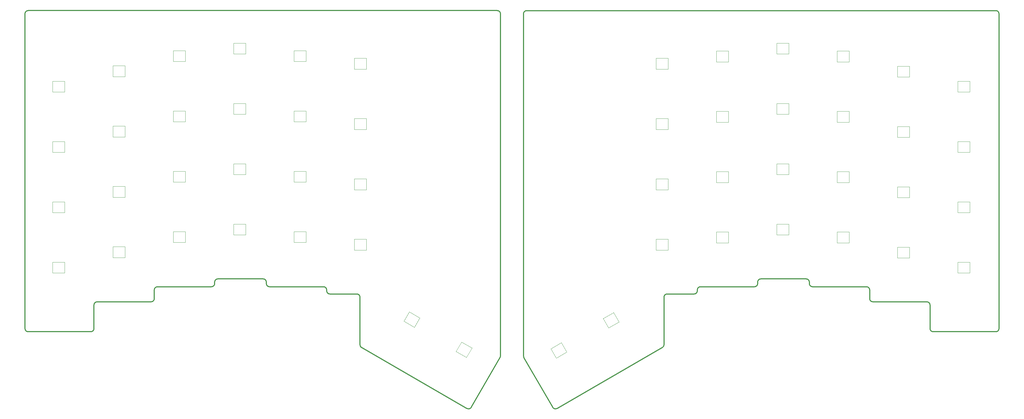
<source format=gm1>
%TF.GenerationSoftware,KiCad,Pcbnew,8.0.1*%
%TF.CreationDate,2024-03-27T08:46:19-04:00*%
%TF.ProjectId,split_keyboard,73706c69-745f-46b6-9579-626f6172642e,rev?*%
%TF.SameCoordinates,Original*%
%TF.FileFunction,Profile,NP*%
%FSLAX46Y46*%
G04 Gerber Fmt 4.6, Leading zero omitted, Abs format (unit mm)*
G04 Created by KiCad (PCBNEW 8.0.1) date 2024-03-27 08:46:19*
%MOMM*%
%LPD*%
G01*
G04 APERTURE LIST*
%TA.AperFunction,Profile*%
%ADD10C,0.377900*%
%TD*%
%TA.AperFunction,Profile*%
%ADD11C,0.050000*%
%TD*%
G04 APERTURE END LIST*
D10*
X109100310Y-100766972D02*
G75*
G02*
X110100328Y-101766972I-10J-1000028D01*
G01*
X191419638Y-125614943D02*
G75*
G02*
X191285647Y-125114942I866062J500043D01*
G01*
X282518977Y-103246084D02*
G75*
G02*
X281519016Y-102246084I23J999984D01*
G01*
X320613634Y-117455417D02*
X340390122Y-117455417D01*
X236632089Y-105531761D02*
X245153432Y-105531761D01*
X93782109Y-102243127D02*
X93782109Y-101766972D01*
X34910964Y-117452460D02*
G75*
G02*
X33911040Y-116452460I136J1000060D01*
G01*
X301566305Y-108007917D02*
X318613634Y-108007917D01*
X280518977Y-100769929D02*
G75*
G02*
X281518971Y-101769929I23J-999971D01*
G01*
X266200776Y-100769929D02*
X280518977Y-100769929D01*
X246153432Y-104531761D02*
X246153432Y-104246084D01*
X320613634Y-117455417D02*
G75*
G02*
X319613683Y-116455417I-34J999917D01*
G01*
X140168843Y-122450955D02*
X173452455Y-141675139D01*
X201848631Y-141678096D02*
X235132243Y-122453912D01*
X265200776Y-102246084D02*
G75*
G02*
X264200776Y-103246076I-999976J-16D01*
G01*
X265200776Y-101769929D02*
G75*
G02*
X266200776Y-100769976I999924J29D01*
G01*
X301566305Y-108007917D02*
G75*
G02*
X300566283Y-107007917I-5J1000017D01*
G01*
X140168843Y-122450955D02*
G75*
G02*
X139668983Y-121585018I500157J865955D01*
G01*
X300566305Y-104246084D02*
X300566305Y-107007917D01*
X265200776Y-102246084D02*
X265200776Y-101769929D01*
X191285663Y-17029439D02*
X191285663Y-125114942D01*
X235632089Y-121587975D02*
G75*
G02*
X235132251Y-122453926I-999989J-25D01*
G01*
X282518977Y-103246084D02*
X299566305Y-103246084D01*
X130147654Y-105528804D02*
G75*
G02*
X129147696Y-104528804I46J1000004D01*
G01*
X174818634Y-141309203D02*
X183881448Y-125611986D01*
X93782109Y-102243127D02*
G75*
G02*
X92782109Y-103243109I-1000009J27D01*
G01*
X129147654Y-104243127D02*
X129147654Y-104528804D01*
X341390122Y-116455417D02*
G75*
G02*
X340390122Y-117455422I-1000022J17D01*
G01*
X34910964Y-117452460D02*
X54687452Y-117452460D01*
X281518977Y-101769929D02*
X281518977Y-102246084D01*
X75734781Y-103243127D02*
X92782109Y-103243127D01*
X56687452Y-108004960D02*
X73734781Y-108004960D01*
X247153432Y-103246084D02*
X264200776Y-103246084D01*
X33910964Y-17026482D02*
G75*
G02*
X34910964Y-16026464I1000036J-18D01*
G01*
X139668997Y-106528804D02*
X139668997Y-121585018D01*
X235632089Y-121587975D02*
X235632089Y-106531761D01*
X94782109Y-100766972D02*
X109100310Y-100766972D01*
X55687452Y-116452460D02*
X55687452Y-109004960D01*
X191285663Y-17029439D02*
G75*
G02*
X192285663Y-16029363I999937J139D01*
G01*
X93782109Y-101766972D02*
G75*
G02*
X94782109Y-100767009I999991J-28D01*
G01*
X201848631Y-141678096D02*
G75*
G02*
X200482460Y-141312155I-500131J865996D01*
G01*
X183015423Y-16026482D02*
X34910964Y-16026482D01*
X184015423Y-125111985D02*
G75*
G02*
X183881457Y-125611991I-1000023J-15D01*
G01*
X191419638Y-125614943D02*
X200482452Y-141312160D01*
X235632089Y-106531761D02*
G75*
G02*
X236632089Y-105531789I1000011J-39D01*
G01*
X246153432Y-104246084D02*
G75*
G02*
X247153432Y-103246132I999968J-16D01*
G01*
X55687452Y-116452460D02*
G75*
G02*
X54687452Y-117452452I-999952J-40D01*
G01*
X183015423Y-16026482D02*
G75*
G02*
X184015418Y-17026482I-23J-1000018D01*
G01*
X340390122Y-16029439D02*
X192285663Y-16029439D01*
X174818633Y-141309203D02*
G75*
G02*
X173452450Y-141675148I-866033J500003D01*
G01*
X138668997Y-105528804D02*
G75*
G02*
X139668996Y-106528804I3J-999996D01*
G01*
X128147654Y-103243127D02*
G75*
G02*
X129147673Y-104243127I46J-999973D01*
G01*
X110100310Y-101766972D02*
X110100310Y-102243127D01*
X130147654Y-105528804D02*
X138668997Y-105528804D01*
X341390122Y-116455417D02*
X341390122Y-17029439D01*
X74734781Y-107004960D02*
X74734781Y-104243127D01*
X74734781Y-107004960D02*
G75*
G02*
X73734781Y-108004981I-999981J-40D01*
G01*
X74734781Y-104243127D02*
G75*
G02*
X75734781Y-103243081I1000019J27D01*
G01*
X319613634Y-109007917D02*
X319613634Y-116455417D01*
X111100310Y-103243127D02*
X128147654Y-103243127D01*
X299566305Y-103246084D02*
G75*
G02*
X300566316Y-104246084I-5J-1000016D01*
G01*
X318613634Y-108007917D02*
G75*
G02*
X319613683Y-109007917I-34J-1000083D01*
G01*
X55687452Y-109004960D02*
G75*
G02*
X56687452Y-108004952I1000048J-40D01*
G01*
X184015423Y-125111985D02*
X184015423Y-17026482D01*
X111100310Y-103243127D02*
G75*
G02*
X110100373Y-102243127I-10J999927D01*
G01*
X340390122Y-16029439D02*
G75*
G02*
X341390061Y-17029439I-22J-999961D01*
G01*
X246153432Y-104531761D02*
G75*
G02*
X245153432Y-105531832I-1000032J-39D01*
G01*
X33910964Y-17026482D02*
X33910964Y-116452460D01*
%TO.C,L_LED15*%
D11*
X103600000Y-67825000D02*
X99790000Y-67825000D01*
X99790000Y-64425000D01*
X103600000Y-64425000D01*
X103600000Y-67825000D01*
%TO.C,L_LED8*%
X61700000Y-52518750D02*
X65510000Y-52518750D01*
X65510000Y-55918750D01*
X61700000Y-55918750D01*
X61700000Y-52518750D01*
%TO.C,L_LED24*%
X137900000Y-88237500D02*
X141710000Y-88237500D01*
X141710000Y-91637500D01*
X137900000Y-91637500D01*
X137900000Y-88237500D01*
%TO.C,R_LED23*%
X256000000Y-89351500D02*
X252190000Y-89351500D01*
X252190000Y-85951500D01*
X256000000Y-85951500D01*
X256000000Y-89351500D01*
%TO.C,R_LED14*%
X252200000Y-66901500D02*
X256010000Y-66901500D01*
X256010000Y-70301500D01*
X252200000Y-70301500D01*
X252200000Y-66901500D01*
%TO.C,R_LED26*%
X204923294Y-123864927D02*
X201623737Y-125769927D01*
X199923737Y-122825441D01*
X203223294Y-120920441D01*
X204923294Y-123864927D01*
%TO.C,R_LED22*%
X275050000Y-86875000D02*
X271240000Y-86875000D01*
X271240000Y-83475000D01*
X275050000Y-83475000D01*
X275050000Y-86875000D01*
%TO.C,R_LED8*%
X313150000Y-56014000D02*
X309340000Y-56014000D01*
X309340000Y-52614000D01*
X313150000Y-52614000D01*
X313150000Y-56014000D01*
%TO.C,L_LED26*%
X174996297Y-122602484D02*
X173296297Y-125546970D01*
X169996740Y-123641970D01*
X171696740Y-120697484D01*
X174996297Y-122602484D01*
%TO.C,L_LED16*%
X84550000Y-70206250D02*
X80740000Y-70206250D01*
X80740000Y-66806250D01*
X84550000Y-66806250D01*
X84550000Y-70206250D01*
%TO.C,L_LED12*%
X137900000Y-50137500D02*
X141710000Y-50137500D01*
X141710000Y-53537500D01*
X137900000Y-53537500D01*
X137900000Y-50137500D01*
%TO.C,R_LED7*%
X332200000Y-60776500D02*
X328390000Y-60776500D01*
X328390000Y-57376500D01*
X332200000Y-57376500D01*
X332200000Y-60776500D01*
%TO.C,L_LED1*%
X141700000Y-34487500D02*
X137890000Y-34487500D01*
X137890000Y-31087500D01*
X141700000Y-31087500D01*
X141700000Y-34487500D01*
%TO.C,R_LED24*%
X236950000Y-91637500D02*
X233140000Y-91637500D01*
X233140000Y-88237500D01*
X236950000Y-88237500D01*
X236950000Y-91637500D01*
%TO.C,L_LED9*%
X80750000Y-47756250D02*
X84560000Y-47756250D01*
X84560000Y-51156250D01*
X80750000Y-51156250D01*
X80750000Y-47756250D01*
%TO.C,R_LED21*%
X294100000Y-89351500D02*
X290290000Y-89351500D01*
X290290000Y-85951500D01*
X294100000Y-85951500D01*
X294100000Y-89351500D01*
%TO.C,R_LED15*%
X271250000Y-64425000D02*
X275060000Y-64425000D01*
X275060000Y-67825000D01*
X271250000Y-67825000D01*
X271250000Y-64425000D01*
%TO.C,L_LED22*%
X99800000Y-83475000D02*
X103610000Y-83475000D01*
X103610000Y-86875000D01*
X99800000Y-86875000D01*
X99800000Y-83475000D01*
%TO.C,L_LED3*%
X103600000Y-29725000D02*
X99790000Y-29725000D01*
X99790000Y-26325000D01*
X103600000Y-26325000D01*
X103600000Y-29725000D01*
%TO.C,L_LED11*%
X118850000Y-47756250D02*
X122660000Y-47756250D01*
X122660000Y-51156250D01*
X118850000Y-51156250D01*
X118850000Y-47756250D01*
%TO.C,L_LED2*%
X122650000Y-32106250D02*
X118840000Y-32106250D01*
X118840000Y-28706250D01*
X122650000Y-28706250D01*
X122650000Y-32106250D01*
%TO.C,L_LED13*%
X141700000Y-72587500D02*
X137890000Y-72587500D01*
X137890000Y-69187500D01*
X141700000Y-69187500D01*
X141700000Y-72587500D01*
%TO.C,L_LED18*%
X46450000Y-79826500D02*
X42640000Y-79826500D01*
X42640000Y-76426500D01*
X46450000Y-76426500D01*
X46450000Y-79826500D01*
%TO.C,R_LED11*%
X256000000Y-51251499D02*
X252190000Y-51251499D01*
X252190000Y-47851499D01*
X256000000Y-47851499D01*
X256000000Y-51251499D01*
%TO.C,R_LED2*%
X252200000Y-28801500D02*
X256010000Y-28801500D01*
X256010000Y-32201500D01*
X252200000Y-32201500D01*
X252200000Y-28801500D01*
%TO.C,R_LED16*%
X290300000Y-66901500D02*
X294110000Y-66901500D01*
X294110000Y-70301500D01*
X290300000Y-70301500D01*
X290300000Y-66901500D01*
%TO.C,L_LED10*%
X99800000Y-45375000D02*
X103610000Y-45375000D01*
X103610000Y-48775000D01*
X99800000Y-48775000D01*
X99800000Y-45375000D01*
%TO.C,L_LED7*%
X42650000Y-57376500D02*
X46460000Y-57376500D01*
X46460000Y-60776500D01*
X42650000Y-60776500D01*
X42650000Y-57376500D01*
%TO.C,R_LED3*%
X271250000Y-26325000D02*
X275060000Y-26325000D01*
X275060000Y-29725000D01*
X271250000Y-29725000D01*
X271250000Y-26325000D01*
%TO.C,L_LED4*%
X84550000Y-32106250D02*
X80740000Y-32106250D01*
X80740000Y-28706250D01*
X84550000Y-28706250D01*
X84550000Y-32106250D01*
%TO.C,L_LED5*%
X65500000Y-36868750D02*
X61690000Y-36868750D01*
X61690000Y-33468750D01*
X65500000Y-33468750D01*
X65500000Y-36868750D01*
%TO.C,R_LED20*%
X313150000Y-94114000D02*
X309340000Y-94114000D01*
X309340000Y-90714000D01*
X313150000Y-90714000D01*
X313150000Y-94114000D01*
%TO.C,L_LED19*%
X42650000Y-95476500D02*
X46460000Y-95476500D01*
X46460000Y-98876500D01*
X42650000Y-98876500D01*
X42650000Y-95476500D01*
%TO.C,L_LED21*%
X80750000Y-85856250D02*
X84560000Y-85856250D01*
X84560000Y-89256250D01*
X80750000Y-89256250D01*
X80750000Y-85856250D01*
%TO.C,R_LED25*%
X221407894Y-114339927D02*
X218108337Y-116244927D01*
X216408337Y-113300441D01*
X219707894Y-111395441D01*
X221407894Y-114339927D01*
%TO.C,R_LED17*%
X309350000Y-71664000D02*
X313160000Y-71664000D01*
X313160000Y-75064000D01*
X309350000Y-75064000D01*
X309350000Y-71664000D01*
%TO.C,R_LED9*%
X294100000Y-51251499D02*
X290290000Y-51251499D01*
X290290000Y-47851499D01*
X294100000Y-47851499D01*
X294100000Y-51251499D01*
%TO.C,R_LED12*%
X236950000Y-53537500D02*
X233140000Y-53537500D01*
X233140000Y-50137500D01*
X236950000Y-50137500D01*
X236950000Y-53537500D01*
%TO.C,R_LED4*%
X290300000Y-28801500D02*
X294110000Y-28801500D01*
X294110000Y-32201500D01*
X290300000Y-32201500D01*
X290300000Y-28801500D01*
%TO.C,R_LED13*%
X233150000Y-69187500D02*
X236960000Y-69187500D01*
X236960000Y-72587500D01*
X233150000Y-72587500D01*
X233150000Y-69187500D01*
%TO.C,R_LED1*%
X233150000Y-31087500D02*
X236960000Y-31087500D01*
X236960000Y-34487500D01*
X233150000Y-34487500D01*
X233150000Y-31087500D01*
%TO.C,L_LED23*%
X118850000Y-85856250D02*
X122660000Y-85856250D01*
X122660000Y-89256250D01*
X118850000Y-89256250D01*
X118850000Y-85856250D01*
%TO.C,R_LED6*%
X328400000Y-38326500D02*
X332210000Y-38326500D01*
X332210000Y-41726500D01*
X328400000Y-41726500D01*
X328400000Y-38326500D01*
%TO.C,R_LED10*%
X275050000Y-48775000D02*
X271240000Y-48775000D01*
X271240000Y-45375000D01*
X275050000Y-45375000D01*
X275050000Y-48775000D01*
%TO.C,L_LED25*%
X158498513Y-113077484D02*
X156798513Y-116021970D01*
X153498956Y-114116970D01*
X155198956Y-111172484D01*
X158498513Y-113077484D01*
%TO.C,L_LED20*%
X61700000Y-90618750D02*
X65510000Y-90618750D01*
X65510000Y-94018750D01*
X61700000Y-94018750D01*
X61700000Y-90618750D01*
%TO.C,R_LED19*%
X332200000Y-98876500D02*
X328390000Y-98876500D01*
X328390000Y-95476500D01*
X332200000Y-95476500D01*
X332200000Y-98876500D01*
%TO.C,L_LED17*%
X65500000Y-74968750D02*
X61690000Y-74968750D01*
X61690000Y-71568750D01*
X65500000Y-71568750D01*
X65500000Y-74968750D01*
%TO.C,L_LED14*%
X122650000Y-70206250D02*
X118840000Y-70206250D01*
X118840000Y-66806250D01*
X122650000Y-66806250D01*
X122650000Y-70206250D01*
%TO.C,R_LED18*%
X328400000Y-76426500D02*
X332210000Y-76426500D01*
X332210000Y-79826500D01*
X328400000Y-79826500D01*
X328400000Y-76426500D01*
%TO.C,R_LED5*%
X309350000Y-33564000D02*
X313160000Y-33564000D01*
X313160000Y-36964000D01*
X309350000Y-36964000D01*
X309350000Y-33564000D01*
%TO.C,L_LED6*%
X46450000Y-41726500D02*
X42640000Y-41726500D01*
X42640000Y-38326500D01*
X46450000Y-38326500D01*
X46450000Y-41726500D01*
%TD*%
M02*

</source>
